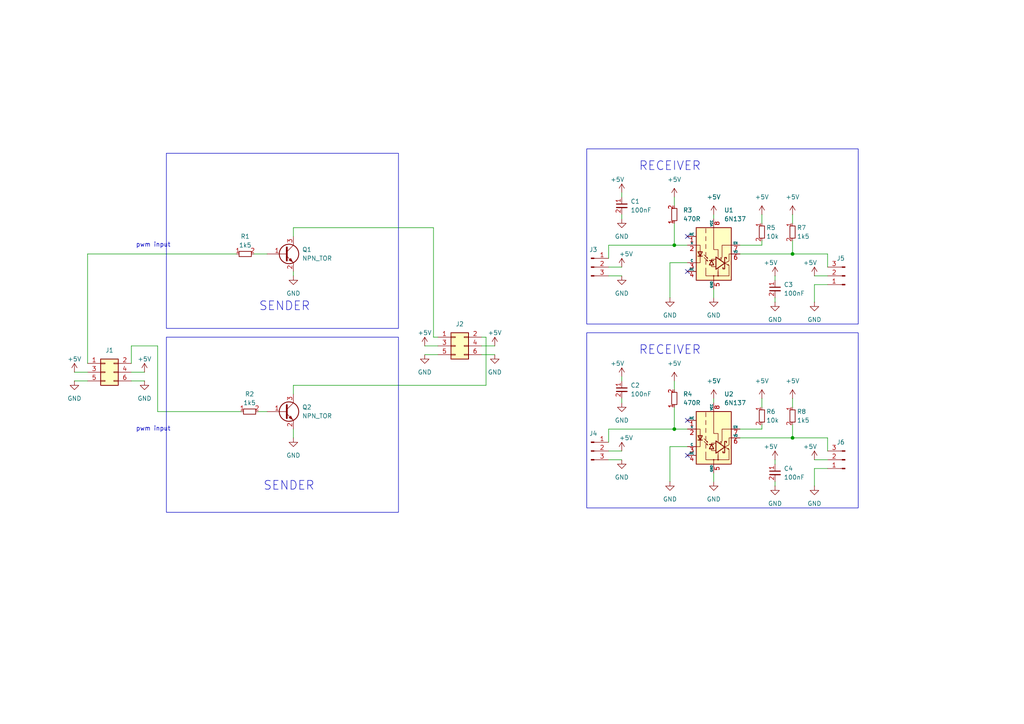
<source format=kicad_sch>
(kicad_sch (version 20231120) (generator "eeschema") (generator_version "8.0")
  (paper "A4")
  (lib_symbols
    (symbol "Connector:Conn_01x03_Pin" (pin_names (offset 1.016) hide)
      (property "Reference" "J" (at 0 5.08 0))
      (property "Value" "Conn_01x03_Pin" (at 0 -5.08 0))
      (symbol "Conn_01x03_Pin_1_1"
        (polyline (pts (xy 1.27 -2.54) (xy 0.8636 -2.54)) (stroke (width 0.1524)))
        (polyline (pts (xy 1.27 0) (xy 0.8636 0)) (stroke (width 0.1524)))
        (polyline (pts (xy 1.27 2.54) (xy 0.8636 2.54)) (stroke (width 0.1524)))
        (rectangle (start 0.8636 -2.413) (end 0 -2.667) (stroke (width 0.1524)) (fill (type outline)))
        (rectangle (start 0.8636 0.127) (end 0 -0.127) (stroke (width 0.1524)) (fill (type outline)))
        (rectangle (start 0.8636 2.667) (end 0 2.413) (stroke (width 0.1524)) (fill (type outline)))
        (pin passive line (at 5.08 2.54 180) (length 3.81) (name "Pin_1") (number "1"))
        (pin passive line (at 5.08 0 180) (length 3.81) (name "Pin_2") (number "2"))
        (pin passive line (at 5.08 -2.54 180) (length 3.81) (name "Pin_3") (number "3"))
      )
    )
    (symbol "Connector_Generic:Conn_02x03_Odd_Even" (pin_names (offset 1.016) hide)
      (property "Reference" "J" (at 1.27 5.08 0))
      (property "Value" "Conn_02x03_Odd_Even" (at 1.27 -5.08 0))
      (symbol "Conn_02x03_Odd_Even_1_1"
        (rectangle (start -1.27 -2.413) (end 0 -2.667) (stroke (width 0.1524)))
        (rectangle (start -1.27 0.127) (end 0 -0.127) (stroke (width 0.1524)))
        (rectangle (start -1.27 2.667) (end 0 2.413) (stroke (width 0.1524)))
        (rectangle (start -1.27 3.81) (end 3.81 -3.81) (stroke (width 0.254)) (fill (type background)))
        (rectangle (start 3.81 -2.413) (end 2.54 -2.667) (stroke (width 0.1524)))
        (rectangle (start 3.81 0.127) (end 2.54 -0.127) (stroke (width 0.1524)))
        (rectangle (start 3.81 2.667) (end 2.54 2.413) (stroke (width 0.1524)))
        (pin passive line (at -5.08 2.54 0) (length 3.81) (name "Pin_1") (number "1"))
        (pin passive line (at 7.62 2.54 180) (length 3.81) (name "Pin_2") (number "2"))
        (pin passive line (at -5.08 0 0) (length 3.81) (name "Pin_3") (number "3"))
        (pin passive line (at 7.62 0 180) (length 3.81) (name "Pin_4") (number "4"))
        (pin passive line (at -5.08 -2.54 0) (length 3.81) (name "Pin_5") (number "5"))
        (pin passive line (at 7.62 -2.54 180) (length 3.81) (name "Pin_6") (number "6"))
      )
    )
    (symbol "Isolator:6N137" (pin_names (offset 0))
      (property "Reference" "U" (at -4.064 8.89 0))
      (property "Value" "6N137" (at 0 -8.89 0))
      (symbol "6N137_0_1"
        (polyline (pts (xy 0 -6.35) (xy -2.286 -6.35) (xy -2.286 -4.064)))
        (polyline (pts (xy -5.08 -2.54) (xy -3.937 -2.54) (xy -3.937 2.54) (xy -5.08 2.54)))
        (polyline (pts (xy 1.27 -5.08) (xy 1.27 -6.35) (xy 0 -6.35) (xy 0 -7.62)))
        (polyline (pts (xy 3.175 -2.667) (xy 0.635 -4.445) (xy 0.635 -0.889) (xy 3.175 -2.667)) (stroke (width 0.254)))
        (polyline (pts (xy -2.794 -1.016) (xy -1.717 -2.093) (xy -2.076 -1.914) (xy -1.896 -1.734) (xy -1.717 -2.093)))
        (polyline (pts (xy -2.794 -0.254) (xy -1.717 -1.331) (xy -2.076 -1.152) (xy -1.896 -0.972) (xy -1.717 -1.331)))
      )
      (symbol "6N137_1_1"
        (rectangle (start -5.08 7.62) (end 5.08 -7.62) (stroke (width 0.254)) (fill (type background)))
        (circle (center 0 -6.35) (radius 0.127) (fill (type outline)))
        (polyline (pts (xy -4.572 -0.635) (xy -3.302 -0.635)) (stroke (width 0.254)))
        (polyline (pts (xy -2.286 -1.778) (xy -2.286 -3.048)))
        (polyline (pts (xy -2.286 0.508) (xy -2.286 -0.762)))
        (polyline (pts (xy -2.286 2.794) (xy -2.286 1.524)))
        (polyline (pts (xy -2.286 5.08) (xy -2.286 3.81)))
        (polyline (pts (xy -2.286 7.366) (xy -2.286 6.096)))
        (polyline (pts (xy -1.27 -1.905) (xy 0 -1.905)) (stroke (width 0.254)))
        (polyline (pts (xy -0.635 -3.302) (xy -0.635 -3.683) (xy 0.635 -3.683)))
        (polyline (pts (xy -0.635 -1.905) (xy -0.635 -1.524) (xy 0.508 -1.524)))
        (polyline (pts (xy 1.27 -4.064) (xy 1.27 -6.35) (xy 4.445 -6.35)))
        (polyline (pts (xy 3.175 -2.667) (xy 4.445 -3.302) (xy 4.445 -6.35)))
        (polyline (pts (xy -3.937 -0.635) (xy -4.572 0.635) (xy -3.302 0.635) (xy -3.937 -0.635)) (stroke (width 0.254)))
        (polyline (pts (xy -0.635 -1.905) (xy -1.27 -3.175) (xy 0 -3.175) (xy -0.635 -1.905)) (stroke (width 0.254)))
        (polyline (pts (xy 1.27 -1.27) (xy 1.27 1.27) (xy 0 1.27) (xy 0 7.62)))
        (polyline (pts (xy 2.1844 -1.1684) (xy 2.413 -0.889) (xy 2.413 2.54) (xy 5.08 2.54)))
        (polyline (pts (xy 3.175 -2.667) (xy 3.175 -4.318) (xy 2.667 -4.318) (xy 2.667 -3.937)) (stroke (width 0.254)))
        (polyline (pts (xy 3.175 -2.667) (xy 3.175 -1.016) (xy 3.683 -1.016) (xy 3.683 -1.397)) (stroke (width 0.254)))
        (polyline (pts (xy 3.175 -2.667) (xy 4.445 -2.032) (xy 4.445 0) (xy 5.08 0)))
        (polyline (pts (xy 4.445 -3.302) (xy 4.161 -3.018) (xy 4.047 -3.246) (xy 4.445 -3.302)) (stroke (width 0.127)) (fill (type outline)))
        (circle (center 1.27 -6.35) (radius 0.127) (fill (type outline)))
        (circle (center 2.032 -1.397) (radius 0.254))
        (pin passive line (at -7.62 5.08 0) (length 2.54) (name "NC") (number "1"))
        (pin passive line (at -7.62 2.54 0) (length 2.54) (name "A") (number "2"))
        (pin passive line (at -7.62 -2.54 0) (length 2.54) (name "C") (number "3"))
        (pin passive line (at -7.62 -5.08 0) (length 2.54) (name "NC") (number "4"))
        (pin power_in line (at 0 -10.16 90) (length 2.54) (name "GND") (number "5"))
        (pin open_collector line (at 7.62 0 180) (length 2.54) (name "VO") (number "6"))
        (pin input line (at 7.62 2.54 180) (length 2.54) (name "EN") (number "7"))
        (pin power_in line (at 0 10.16 270) (length 2.54) (name "VCC") (number "8"))
      )
    )
    (symbol "capacitor_miscellaneous:C_0603_100nF"
      (property "Reference" "C" (at 1.27 2.54 0))
      (property "Value" "100nF" (at 3.81 -2.54 0))
      (symbol "C_0603_100nF_0_1"
        (polyline (pts (xy -1.524 -0.508) (xy 1.524 -0.508)) (stroke (width 0.3302)))
        (polyline (pts (xy -1.524 0.508) (xy 1.524 0.508)) (stroke (width 0.3048)))
      )
      (symbol "C_0603_100nF_1_1"
        (pin passive line (at 0 2.54 270) (length 2.032) (name "~") (number "1"))
        (pin passive line (at 0 -2.54 90) (length 2.032) (name "~") (number "2"))
      )
    )
    (symbol "custom_kicad_lib_sk:NPN_TOR" (pin_names (offset 0) hide)
      (property "Reference" "Q" (at 5.08 1.905 0))
      (property "Value" "NPN_TOR" (at 5.08 0 0))
      (symbol "NPN_TOR_0_1"
        (polyline (pts (xy 0.635 0.635) (xy 2.54 2.54)))
        (polyline (pts (xy 0.635 -0.635) (xy 2.54 -2.54) (xy 2.54 -2.54)))
        (polyline (pts (xy 0.635 1.905) (xy 0.635 -1.905) (xy 0.635 -1.905)) (stroke (width 0.508)))
        (polyline (pts (xy 1.27 -1.778) (xy 1.778 -1.27) (xy 2.286 -2.286) (xy 1.27 -1.778) (xy 1.27 -1.778)) (fill (type outline)))
        (circle (center 1.27 0) (radius 2.8194) (stroke (width 0.254)))
      )
      (symbol "NPN_TOR_1_1"
        (pin input line (at -5.08 0 0) (length 5.715) (name "B") (number "1"))
        (pin passive line (at 2.54 -5.08 90) (length 2.54) (name "E") (number "2"))
        (pin passive line (at 2.54 5.08 270) (length 2.54) (name "C") (number "3"))
      )
    )
    (symbol "power:+5V" (power) (pin_numbers hide) (pin_names (offset 0) hide)
      (property "Value" "+5V" (at 0 3.556 0))
      (symbol "+5V_0_1"
        (polyline (pts (xy -0.762 1.27) (xy 0 2.54)))
        (polyline (pts (xy 0 0) (xy 0 2.54)))
        (polyline (pts (xy 0 2.54) (xy 0.762 1.27)))
      )
      (symbol "+5V_1_1"
        (pin power_in line (at 0 0 90) (length 0) (name "~") (number "1"))
      )
    )
    (symbol "power:GND" (power) (pin_numbers hide) (pin_names (offset 0) hide)
      (property "Value" "GND" (at 0 -3.81 0))
      (symbol "GND_0_1"
        (polyline (pts (xy 0 0) (xy 0 -1.27) (xy 1.27 -1.27) (xy 0 -2.54) (xy -1.27 -1.27) (xy 0 -1.27)))
      )
      (symbol "GND_1_1"
        (pin power_in line (at 0 0 270) (length 0) (name "~") (number "1"))
      )
    )
    (symbol "resistors_0603:R_10k_0603"
      (property "Reference" "R" (at 1.27 2.54 0))
      (property "Value" "10k" (at 2.54 -2.54 0))
      (symbol "R_10k_0603_0_1"
        (rectangle (start -0.762 1.778) (end 0.762 -1.778) (stroke (width 0.2032)))
      )
      (symbol "R_10k_0603_1_1"
        (pin passive line (at 0 2.54 270) (length 0.762) (name "~") (number "1"))
        (pin passive line (at 0 -2.54 90) (length 0.762) (name "~") (number "2"))
      )
    )
    (symbol "resistors_0603:R_1k5_0603"
      (property "Reference" "R" (at 1.27 2.54 0))
      (property "Value" "1k5" (at 2.54 -2.54 0))
      (symbol "R_1k5_0603_0_1"
        (rectangle (start -0.762 1.778) (end 0.762 -1.778) (stroke (width 0.2032)))
      )
      (symbol "R_1k5_0603_1_1"
        (pin passive line (at 0 2.54 270) (length 0.762) (name "~") (number "1"))
        (pin passive line (at 0 -2.54 90) (length 0.762) (name "~") (number "2"))
      )
    )
    (symbol "resistors_0603:R_470R_0603"
      (property "Reference" "R" (at 1.27 2.54 0))
      (property "Value" "470R" (at 2.54 -2.54 0))
      (symbol "R_470R_0603_0_1"
        (rectangle (start -0.762 1.778) (end 0.762 -1.778) (stroke (width 0.2032)))
      )
      (symbol "R_470R_0603_1_1"
        (pin passive line (at 0 2.54 270) (length 0.762) (name "~") (number "1"))
        (pin passive line (at 0 -2.54 90) (length 0.762) (name "~") (number "2"))
      )
    )
  )
  (junction (at 195.58 124.46))
  (junction (at 229.87 127))
  (junction (at 229.87 73.66))
  (junction (at 195.58 71.12))
  (no_connect (at 199.39 78.74))
  (no_connect (at 199.39 132.08))
  (no_connect (at 199.39 121.92))
  (no_connect (at 199.39 68.58))
  (wire (pts (xy 194.31 86.36) (xy 194.31 76.2)))
  (wire (pts (xy 139.7 100.33) (xy 143.51 100.33)))
  (wire (pts (xy 214.63 127) (xy 229.87 127)))
  (wire (pts (xy 180.34 63.5) (xy 180.34 62.23)))
  (wire (pts (xy 176.53 80.01) (xy 180.34 80.01)))
  (wire (pts (xy 207.01 137.16) (xy 207.01 139.7)))
  (wire (pts (xy 214.63 73.66) (xy 229.87 73.66)))
  (wire (pts (xy 240.03 133.35) (xy 236.22 133.35)))
  (wire (pts (xy 85.09 111.76) (xy 85.09 114.3)))
  (wire (pts (xy 176.53 124.46) (xy 176.53 128.27)))
  (wire (pts (xy 176.53 133.35) (xy 180.34 133.35)))
  (wire (pts (xy 180.34 55.88) (xy 180.34 57.15)))
  (wire (pts (xy 195.58 71.12) (xy 199.39 71.12)))
  (wire (pts (xy 224.79 140.97) (xy 224.79 139.7)))
  (wire (pts (xy 127 102.87) (xy 123.19 102.87)))
  (wire (pts (xy 85.09 66.04) (xy 85.09 68.58)))
  (wire (pts (xy 140.97 111.76) (xy 140.97 97.79)))
  (wire (pts (xy 236.22 82.55) (xy 236.22 87.63)))
  (wire (pts (xy 25.4 73.66) (xy 68.58 73.66)))
  (wire (pts (xy 229.87 73.66) (xy 240.03 73.66)))
  (wire (pts (xy 224.79 80.01) (xy 224.79 81.28)))
  (wire (pts (xy 229.87 115.57) (xy 229.87 118.11)))
  (wire (pts (xy 214.63 71.12) (xy 220.98 71.12)))
  (wire (pts (xy 240.03 73.66) (xy 240.03 77.47)))
  (wire (pts (xy 176.53 71.12) (xy 195.58 71.12)))
  (wire (pts (xy 207.01 83.82) (xy 207.01 86.36)))
  (wire (pts (xy 240.03 127) (xy 240.03 130.81)))
  (wire (pts (xy 236.22 82.55) (xy 240.03 82.55)))
  (wire (pts (xy 125.73 66.04) (xy 125.73 97.79)))
  (wire (pts (xy 220.98 124.46) (xy 220.98 123.19)))
  (wire (pts (xy 229.87 127) (xy 240.03 127)))
  (wire (pts (xy 180.34 109.22) (xy 180.34 110.49)))
  (wire (pts (xy 38.1 105.41) (xy 38.1 100.33)))
  (wire (pts (xy 25.4 107.95) (xy 21.59 107.95)))
  (wire (pts (xy 25.4 73.66) (xy 25.4 105.41)))
  (wire (pts (xy 45.72 100.33) (xy 45.72 119.38)))
  (wire (pts (xy 176.53 130.81) (xy 180.34 130.81)))
  (wire (pts (xy 220.98 62.23) (xy 220.98 64.77)))
  (wire (pts (xy 194.31 76.2) (xy 199.39 76.2)))
  (wire (pts (xy 176.53 71.12) (xy 176.53 74.93)))
  (wire (pts (xy 176.53 124.46) (xy 195.58 124.46)))
  (wire (pts (xy 229.87 127) (xy 229.87 123.19)))
  (wire (pts (xy 127 100.33) (xy 123.19 100.33)))
  (wire (pts (xy 194.31 129.54) (xy 199.39 129.54)))
  (wire (pts (xy 38.1 107.95) (xy 41.91 107.95)))
  (wire (pts (xy 25.4 110.49) (xy 21.59 110.49)))
  (wire (pts (xy 85.09 127) (xy 85.09 124.46)))
  (wire (pts (xy 195.58 64.77) (xy 195.58 71.12)))
  (wire (pts (xy 214.63 124.46) (xy 220.98 124.46)))
  (wire (pts (xy 139.7 102.87) (xy 143.51 102.87)))
  (wire (pts (xy 240.03 80.01) (xy 236.22 80.01)))
  (wire (pts (xy 195.58 118.11) (xy 195.58 124.46)))
  (wire (pts (xy 195.58 57.15) (xy 195.58 59.69)))
  (wire (pts (xy 180.34 116.84) (xy 180.34 115.57)))
  (wire (pts (xy 85.09 111.76) (xy 140.97 111.76)))
  (wire (pts (xy 236.22 135.89) (xy 240.03 135.89)))
  (wire (pts (xy 176.53 77.47) (xy 180.34 77.47)))
  (wire (pts (xy 229.87 62.23) (xy 229.87 64.77)))
  (wire (pts (xy 74.93 119.38) (xy 77.47 119.38)))
  (wire (pts (xy 236.22 135.89) (xy 236.22 140.97)))
  (wire (pts (xy 194.31 139.7) (xy 194.31 129.54)))
  (wire (pts (xy 73.66 73.66) (xy 77.47 73.66)))
  (wire (pts (xy 207.01 62.23) (xy 207.01 63.5)))
  (wire (pts (xy 220.98 115.57) (xy 220.98 118.11)))
  (wire (pts (xy 195.58 110.49) (xy 195.58 113.03)))
  (wire (pts (xy 45.72 119.38) (xy 69.85 119.38)))
  (wire (pts (xy 38.1 110.49) (xy 41.91 110.49)))
  (wire (pts (xy 229.87 73.66) (xy 229.87 69.85)))
  (wire (pts (xy 224.79 87.63) (xy 224.79 86.36)))
  (wire (pts (xy 195.58 124.46) (xy 199.39 124.46)))
  (wire (pts (xy 207.01 115.57) (xy 207.01 116.84)))
  (wire (pts (xy 85.09 80.01) (xy 85.09 78.74)))
  (wire (pts (xy 85.09 66.04) (xy 125.73 66.04)))
  (wire (pts (xy 220.98 71.12) (xy 220.98 69.85)))
  (wire (pts (xy 140.97 97.79) (xy 139.7 97.79)))
  (wire (pts (xy 224.79 133.35) (xy 224.79 134.62)))
  (wire (pts (xy 125.73 97.79) (xy 127 97.79)))
  (wire (pts (xy 38.1 100.33) (xy 45.72 100.33)))
  (rectangle (start 170.18 96.52) (end 248.92 147.32))
  (rectangle (start 48.26 44.45) (end 115.57 95.25))
  (rectangle (start 48.26 97.79) (end 115.57 148.59))
  (rectangle (start 170.18 43.18) (end 248.92 93.98))
  (text "pwm input\n" (at 44.45 124.46 0) (effects (font (size 1.27 1.27))))
  (text "SENDER" (at 82.55 88.9 0) (effects (font (size 2.54 2.54))))
  (text "RECEIVER\n" (at 194.31 101.6 0) (effects (font (size 2.54 2.54))))
  (text "RECEIVER\n" (at 194.31 48.26 0) (effects (font (size 2.54 2.54))))
  (text "pwm input\n" (at 44.45 71.12 0) (effects (font (size 1.27 1.27))))
  (text "SENDER" (at 83.82 140.97 0) (effects (font (size 2.54 2.54))))
  (symbol (lib_id "power:GND") (at 236.22 87.63 0) (mirror y) (unit 1)
    (property "Reference" "#PWR036" (effects (hide yes)))
    (property "Value" "GND" (at 236.22 92.71 0))
    (property "Description" "Power symbol creates a global label with name \"GND\" , ground" (effects (hide yes)))
  )
  (symbol (lib_id "Isolator:6N137") (at 207.01 73.66 0) (unit 1)
    (property "Reference" "U1" (at 210.0265 60.96 0) (effects (justify left)))
    (property "Value" "6N137" (at 210.0265 63.5 0) (effects (justify left)))
    (property "Footprint" "Package_DIP:SMDIP-8_W7.62mm" (effects (hide yes)))
    (property "Datasheet" "https://docs.broadcom.com/docs/AV02-0940EN" (effects (hide yes)))
    (property "Description" "Single High Speed LSTTL/TTL Compatible Optocoupler with enable, dV/dt 1000/us, VCM 10, max 7V VCC, DIP-8" (effects (hide yes)))
  )
  (symbol (lib_id "capacitor_miscellaneous:C_0603_100nF") (at 224.79 137.16 0) (unit 1)
    (property "Reference" "C4" (at 227.33 135.8962 0) (effects (justify left)))
    (property "Value" "100nF" (at 227.33 138.4362 0) (effects (justify left)))
    (property "Footprint" "Capacitor_SMD:C_0603_1608Metric" (effects (hide yes)))
    (property "JLCPCB Part#" "C14663" (effects (hide yes)))
  )
  (symbol (lib_id "power:GND") (at 180.34 116.84 0) (mirror y) (unit 1)
    (property "Reference" "#PWR016" (effects (hide yes)))
    (property "Value" "GND" (at 180.34 121.92 0))
    (property "Description" "Power symbol creates a global label with name \"GND\" , ground" (effects (hide yes)))
  )
  (symbol (lib_id "power:+5V") (at 41.91 107.95 0) (unit 1)
    (property "Reference" "#PWR03" (effects (hide yes)))
    (property "Value" "+5V" (at 41.91 104.14 0))
    (property "Description" "Power symbol creates a global label with name \"+5V\"" (effects (hide yes)))
  )
  (symbol (lib_id "Isolator:6N137") (at 207.01 127 0) (unit 1)
    (property "Reference" "U2" (at 210.0265 114.3 0) (effects (justify left)))
    (property "Value" "6N137" (at 210.0265 116.84 0) (effects (justify left)))
    (property "Footprint" "Package_DIP:SMDIP-8_W7.62mm" (effects (hide yes)))
    (property "Datasheet" "https://docs.broadcom.com/docs/AV02-0940EN" (effects (hide yes)))
    (property "Description" "Single High Speed LSTTL/TTL Compatible Optocoupler with enable, dV/dt 1000/us, VCM 10, max 7V VCC, DIP-8" (effects (hide yes)))
  )
  (symbol (lib_id "power:GND") (at 194.31 86.36 0) (unit 1)
    (property "Reference" "#PWR019" (effects (hide yes)))
    (property "Value" "GND" (at 194.31 91.44 0))
    (property "Description" "Power symbol creates a global label with name \"GND\" , ground" (effects (hide yes)))
  )
  (symbol (lib_id "power:GND") (at 180.34 63.5 0) (mirror y) (unit 1)
    (property "Reference" "#PWR012" (effects (hide yes)))
    (property "Value" "GND" (at 180.34 68.58 0))
    (property "Description" "Power symbol creates a global label with name \"GND\" , ground" (effects (hide yes)))
  )
  (symbol (lib_id "resistors_0603:R_1k5_0603") (at 72.39 119.38 90) (unit 1)
    (property "Reference" "R2" (at 72.39 114.3 90))
    (property "Value" "1k5" (at 72.39 116.84 90))
    (property "Footprint" "custom_kicad_lib_sk:R_0603_smalltext" (effects (hide yes)))
    (property "JLCPCB Part#" "C22843" (effects (hide yes)))
  )
  (symbol (lib_id "capacitor_miscellaneous:C_0603_100nF") (at 180.34 113.03 0) (unit 1)
    (property "Reference" "C2" (at 182.88 111.7662 0) (effects (justify left)))
    (property "Value" "100nF" (at 182.88 114.3062 0) (effects (justify left)))
    (property "Footprint" "Capacitor_SMD:C_0603_1608Metric" (effects (hide yes)))
    (property "JLCPCB Part#" "C14663" (effects (hide yes)))
  )
  (symbol (lib_id "resistors_0603:R_470R_0603") (at 195.58 62.23 180) (unit 1)
    (property "Reference" "R3" (at 198.12 60.9599 0) (effects (justify right)))
    (property "Value" "470R" (at 198.12 63.4999 0) (effects (justify right)))
    (property "Footprint" "custom_kicad_lib_sk:R_0603_smalltext" (effects (hide yes)))
    (property "JLCPCB Part#" "C23179" (effects (hide yes)))
  )
  (symbol (lib_id "Connector:Conn_01x03_Pin") (at 245.11 133.35 180) (unit 1)
    (property "Reference" "J6" (at 243.84 128.27 0))
    (property "Value" "Conn_01x03_Pin" (effects (hide yes)))
    (property "Footprint" "Connector_PinHeader_2.54mm:PinHeader_1x03_P2.54mm_Horizontal" (effects (hide yes)))
    (property "Description" "Generic connector, single row, 01x03, script generated" (effects (hide yes)))
  )
  (symbol (lib_id "power:+5V") (at 220.98 115.57 0) (unit 1)
    (property "Reference" "#PWR028" (effects (hide yes)))
    (property "Value" "+5V" (at 220.98 110.49 0))
    (property "Description" "Power symbol creates a global label with name \"+5V\"" (effects (hide yes)))
  )
  (symbol (lib_id "power:GND") (at 236.22 140.97 0) (mirror y) (unit 1)
    (property "Reference" "#PWR038" (effects (hide yes)))
    (property "Value" "GND" (at 236.22 146.05 0))
    (property "Description" "Power symbol creates a global label with name \"GND\" , ground" (effects (hide yes)))
  )
  (symbol (lib_id "power:GND") (at 41.91 110.49 0) (unit 1)
    (property "Reference" "#PWR04" (effects (hide yes)))
    (property "Value" "GND" (at 41.91 115.57 0))
    (property "Description" "Power symbol creates a global label with name \"GND\" , ground" (effects (hide yes)))
  )
  (symbol (lib_id "power:GND") (at 224.79 87.63 0) (mirror y) (unit 1)
    (property "Reference" "#PWR030" (effects (hide yes)))
    (property "Value" "GND" (at 224.79 92.71 0))
    (property "Description" "Power symbol creates a global label with name \"GND\" , ground" (effects (hide yes)))
  )
  (symbol (lib_id "power:GND") (at 207.01 86.36 0) (unit 1)
    (property "Reference" "#PWR024" (effects (hide yes)))
    (property "Value" "GND" (at 207.01 91.44 0))
    (property "Description" "Power symbol creates a global label with name \"GND\" , ground" (effects (hide yes)))
  )
  (symbol (lib_id "resistors_0603:R_1k5_0603") (at 71.12 73.66 90) (unit 1)
    (property "Reference" "R1" (at 71.12 68.58 90))
    (property "Value" "1k5" (at 71.12 71.12 90))
    (property "Footprint" "custom_kicad_lib_sk:R_0603_smalltext" (effects (hide yes)))
    (property "JLCPCB Part#" "C22843" (effects (hide yes)))
  )
  (symbol (lib_id "capacitor_miscellaneous:C_0603_100nF") (at 224.79 83.82 0) (unit 1)
    (property "Reference" "C3" (at 227.33 82.5562 0) (effects (justify left)))
    (property "Value" "100nF" (at 227.33 85.0962 0) (effects (justify left)))
    (property "Footprint" "Capacitor_SMD:C_0603_1608Metric" (effects (hide yes)))
    (property "JLCPCB Part#" "C14663" (effects (hide yes)))
  )
  (symbol (lib_id "power:+5V") (at 224.79 80.01 0) (mirror y) (unit 1)
    (property "Reference" "#PWR029" (effects (hide yes)))
    (property "Value" "+5V" (at 223.52 76.2 0))
    (property "Description" "Power symbol creates a global label with name \"+5V\"" (effects (hide yes)))
  )
  (symbol (lib_id "power:+5V") (at 207.01 115.57 0) (unit 1)
    (property "Reference" "#PWR025" (effects (hide yes)))
    (property "Value" "+5V" (at 207.01 110.49 0))
    (property "Description" "Power symbol creates a global label with name \"+5V\"" (effects (hide yes)))
  )
  (symbol (lib_id "Connector:Conn_01x03_Pin") (at 171.45 77.47 0) (unit 1)
    (property "Reference" "J3" (at 172.085 72.39 0))
    (property "Value" "Conn_01x03_Pin" (effects (hide yes)))
    (property "Footprint" "Connector_PinSocket_2.54mm:PinSocket_1x03_P2.54mm_Horizontal" (effects (hide yes)))
    (property "Description" "Generic connector, single row, 01x03, script generated" (effects (hide yes)))
  )
  (symbol (lib_id "power:+5V") (at 229.87 115.57 0) (unit 1)
    (property "Reference" "#PWR034" (effects (hide yes)))
    (property "Value" "+5V" (at 229.87 110.49 0))
    (property "Description" "Power symbol creates a global label with name \"+5V\"" (effects (hide yes)))
  )
  (symbol (lib_id "power:+5V") (at 180.34 109.22 0) (mirror y) (unit 1)
    (property "Reference" "#PWR015" (effects (hide yes)))
    (property "Value" "+5V" (at 179.07 105.41 0))
    (property "Description" "Power symbol creates a global label with name \"+5V\"" (effects (hide yes)))
  )
  (symbol (lib_id "power:+5V") (at 180.34 55.88 0) (mirror y) (unit 1)
    (property "Reference" "#PWR011" (effects (hide yes)))
    (property "Value" "+5V" (at 179.07 52.07 0))
    (property "Description" "Power symbol creates a global label with name \"+5V\"" (effects (hide yes)))
  )
  (symbol (lib_id "resistors_0603:R_10k_0603") (at 220.98 120.65 0) (unit 1)
    (property "Reference" "R6" (at 222.25 119.38 0) (effects (justify left)))
    (property "Value" "10k" (at 222.25 121.92 0) (effects (justify left)))
    (property "Footprint" "custom_kicad_lib_sk:R_0603_smalltext" (effects (hide yes)))
    (property "JLCPCB Part#" "C25804" (effects (hide yes)))
  )
  (symbol (lib_id "capacitor_miscellaneous:C_0603_100nF") (at 180.34 59.69 0) (unit 1)
    (property "Reference" "C1" (at 182.88 58.4262 0) (effects (justify left)))
    (property "Value" "100nF" (at 182.88 60.9662 0) (effects (justify left)))
    (property "Footprint" "Capacitor_SMD:C_0603_1608Metric" (effects (hide yes)))
    (property "JLCPCB Part#" "C14663" (effects (hide yes)))
  )
  (symbol (lib_id "power:GND") (at 123.19 102.87 0) (mirror y) (unit 1)
    (property "Reference" "#PWR08" (effects (hide yes)))
    (property "Value" "GND" (at 123.19 107.95 0))
    (property "Description" "Power symbol creates a global label with name \"GND\" , ground" (effects (hide yes)))
  )
  (symbol (lib_id "resistors_0603:R_1k5_0603") (at 229.87 67.31 0) (unit 1)
    (property "Reference" "R7" (at 231.14 66.04 0) (effects (justify left)))
    (property "Value" "1k5" (at 231.14 68.58 0) (effects (justify left)))
    (property "Footprint" "custom_kicad_lib_sk:R_0603_smalltext" (effects (hide yes)))
    (property "JLCPCB Part#" "C22843" (effects (hide yes)))
  )
  (symbol (lib_id "power:+5V") (at 180.34 77.47 0) (unit 1)
    (property "Reference" "#PWR013" (effects (hide yes)))
    (property "Value" "+5V" (at 181.61 73.66 0))
    (property "Description" "Power symbol creates a global label with name \"+5V\"" (effects (hide yes)))
  )
  (symbol (lib_id "power:+5V") (at 224.79 133.35 0) (mirror y) (unit 1)
    (property "Reference" "#PWR031" (effects (hide yes)))
    (property "Value" "+5V" (at 223.52 129.54 0))
    (property "Description" "Power symbol creates a global label with name \"+5V\"" (effects (hide yes)))
  )
  (symbol (lib_id "custom_kicad_lib_sk:NPN_TOR") (at 82.55 119.38 0) (unit 1)
    (property "Reference" "Q2" (at 87.63 118.1099 0) (effects (justify left)))
    (property "Value" "NPN_TOR" (at 87.63 120.6499 0) (effects (justify left)))
    (property "Footprint" "Package_TO_SOT_SMD:SOT-23" (effects (hide yes)))
    (property "Description" "0.6A Ic, 160V Vce, NPN Transistor, SOT-23" (effects (hide yes)))
    (property "JLCPCB Part#" "C2145" (effects (hide yes)))
  )
  (symbol (lib_id "resistors_0603:R_10k_0603") (at 220.98 67.31 0) (unit 1)
    (property "Reference" "R5" (at 222.25 66.04 0) (effects (justify left)))
    (property "Value" "10k" (at 222.25 68.58 0) (effects (justify left)))
    (property "Footprint" "custom_kicad_lib_sk:R_0603_smalltext" (effects (hide yes)))
    (property "JLCPCB Part#" "C25804" (effects (hide yes)))
  )
  (symbol (lib_id "custom_kicad_lib_sk:NPN_TOR") (at 82.55 73.66 0) (unit 1)
    (property "Reference" "Q1" (at 87.63 72.3899 0) (effects (justify left)))
    (property "Value" "NPN_TOR" (at 87.63 74.9299 0) (effects (justify left)))
    (property "Footprint" "Package_TO_SOT_SMD:SOT-23" (effects (hide yes)))
    (property "Description" "0.6A Ic, 160V Vce, NPN Transistor, SOT-23" (effects (hide yes)))
    (property "JLCPCB Part#" "C2145" (effects (hide yes)))
  )
  (symbol (lib_id "power:GND") (at 21.59 110.49 0) (mirror y) (unit 1)
    (property "Reference" "#PWR02" (effects (hide yes)))
    (property "Value" "GND" (at 21.59 115.57 0))
    (property "Description" "Power symbol creates a global label with name \"GND\" , ground" (effects (hide yes)))
  )
  (symbol (lib_id "Connector:Conn_01x03_Pin") (at 245.11 80.01 180) (unit 1)
    (property "Reference" "J5" (at 243.84 74.93 0))
    (property "Value" "Conn_01x03_Pin" (effects (hide yes)))
    (property "Footprint" "Connector_PinHeader_2.54mm:PinHeader_1x03_P2.54mm_Horizontal" (effects (hide yes)))
    (property "Description" "Generic connector, single row, 01x03, script generated" (effects (hide yes)))
  )
  (symbol (lib_id "Connector_Generic:Conn_02x03_Odd_Even") (at 132.08 100.33 0) (unit 1)
    (property "Reference" "J2" (at 133.35 93.98 0))
    (property "Value" "Conn_02x03_Odd_Even" (effects (hide yes)))
    (property "Footprint" "Connector_PinHeader_2.54mm:PinHeader_2x03_P2.54mm_Vertical" (effects (hide yes)))
    (property "Description" "Generic connector, double row, 02x03, odd/even pin numbering scheme (row 1 odd numbers, row 2 even numbers), script generated (kicad-library-utils/schlib/autogen/connector/)" (effects (hide yes)))
  )
  (symbol (lib_id "power:+5V") (at 21.59 107.95 0) (mirror y) (unit 1)
    (property "Reference" "#PWR01" (effects (hide yes)))
    (property "Value" "+5V" (at 21.59 104.14 0))
    (property "Description" "Power symbol creates a global label with name \"+5V\"" (effects (hide yes)))
  )
  (symbol (lib_id "power:GND") (at 194.31 139.7 0) (unit 1)
    (property "Reference" "#PWR020" (effects (hide yes)))
    (property "Value" "GND" (at 194.31 144.78 0))
    (property "Description" "Power symbol creates a global label with name \"GND\" , ground" (effects (hide yes)))
  )
  (symbol (lib_id "power:+5V") (at 236.22 80.01 0) (mirror y) (unit 1)
    (property "Reference" "#PWR035" (effects (hide yes)))
    (property "Value" "+5V" (at 234.95 76.2 0))
    (property "Description" "Power symbol creates a global label with name \"+5V\"" (effects (hide yes)))
  )
  (symbol (lib_id "power:GND") (at 207.01 139.7 0) (unit 1)
    (property "Reference" "#PWR026" (effects (hide yes)))
    (property "Value" "GND" (at 207.01 144.78 0))
    (property "Description" "Power symbol creates a global label with name \"GND\" , ground" (effects (hide yes)))
  )
  (symbol (lib_id "power:+5V") (at 236.22 133.35 0) (mirror y) (unit 1)
    (property "Reference" "#PWR037" (effects (hide yes)))
    (property "Value" "+5V" (at 234.95 129.54 0))
    (property "Description" "Power symbol creates a global label with name \"+5V\"" (effects (hide yes)))
  )
  (symbol (lib_id "resistors_0603:R_470R_0603") (at 195.58 115.57 180) (unit 1)
    (property "Reference" "R4" (at 198.12 114.2999 0) (effects (justify right)))
    (property "Value" "470R" (at 198.12 116.8399 0) (effects (justify right)))
    (property "Footprint" "custom_kicad_lib_sk:R_0603_smalltext" (effects (hide yes)))
    (property "JLCPCB Part#" "C23179" (effects (hide yes)))
  )
  (symbol (lib_id "resistors_0603:R_1k5_0603") (at 229.87 120.65 0) (unit 1)
    (property "Reference" "R8" (at 231.14 119.38 0) (effects (justify left)))
    (property "Value" "1k5" (at 231.14 121.92 0) (effects (justify left)))
    (property "Footprint" "custom_kicad_lib_sk:R_0603_smalltext" (effects (hide yes)))
    (property "JLCPCB Part#" "C22843" (effects (hide yes)))
  )
  (symbol (lib_id "power:+5V") (at 220.98 62.23 0) (unit 1)
    (property "Reference" "#PWR027" (effects (hide yes)))
    (property "Value" "+5V" (at 220.98 57.15 0))
    (property "Description" "Power symbol creates a global label with name \"+5V\"" (effects (hide yes)))
  )
  (symbol (lib_id "power:GND") (at 143.51 102.87 0) (unit 1)
    (property "Reference" "#PWR010" (effects (hide yes)))
    (property "Value" "GND" (at 143.51 107.95 0))
    (property "Description" "Power symbol creates a global label with name \"GND\" , ground" (effects (hide yes)))
  )
  (symbol (lib_id "power:+5V") (at 195.58 110.49 0) (unit 1)
    (property "Reference" "#PWR022" (effects (hide yes)))
    (property "Value" "+5V" (at 195.58 105.41 0))
    (property "Description" "Power symbol creates a global label with name \"+5V\"" (effects (hide yes)))
  )
  (symbol (lib_id "power:+5V") (at 180.34 130.81 0) (unit 1)
    (property "Reference" "#PWR017" (effects (hide yes)))
    (property "Value" "+5V" (at 181.61 127 0))
    (property "Description" "Power symbol creates a global label with name \"+5V\"" (effects (hide yes)))
  )
  (symbol (lib_id "power:GND") (at 180.34 133.35 0) (unit 1)
    (property "Reference" "#PWR018" (effects (hide yes)))
    (property "Value" "GND" (at 180.34 138.43 0))
    (property "Description" "Power symbol creates a global label with name \"GND\" , ground" (effects (hide yes)))
  )
  (symbol (lib_id "power:GND") (at 224.79 140.97 0) (mirror y) (unit 1)
    (property "Reference" "#PWR032" (effects (hide yes)))
    (property "Value" "GND" (at 224.79 146.05 0))
    (property "Description" "Power symbol creates a global label with name \"GND\" , ground" (effects (hide yes)))
  )
  (symbol (lib_id "power:GND") (at 85.09 127 0) (mirror y) (unit 1)
    (property "Reference" "#PWR06" (effects (hide yes)))
    (property "Value" "GND" (at 85.09 132.08 0))
    (property "Description" "Power symbol creates a global label with name \"GND\" , ground" (effects (hide yes)))
  )
  (symbol (lib_id "Connector_Generic:Conn_02x03_Odd_Even") (at 30.48 107.95 0) (unit 1)
    (property "Reference" "J1" (at 31.75 101.6 0))
    (property "Value" "Conn_02x03_Odd_Even" (effects (hide yes)))
    (property "Footprint" "Connector_PinSocket_2.54mm:PinSocket_2x03_P2.54mm_Vertical" (effects (hide yes)))
    (property "Description" "Generic connector, double row, 02x03, odd/even pin numbering scheme (row 1 odd numbers, row 2 even numbers), script generated (kicad-library-utils/schlib/autogen/connector/)" (effects (hide yes)))
  )
  (symbol (lib_id "power:GND") (at 180.34 80.01 0) (unit 1)
    (property "Reference" "#PWR014" (effects (hide yes)))
    (property "Value" "GND" (at 180.34 85.09 0))
    (property "Description" "Power symbol creates a global label with name \"GND\" , ground" (effects (hide yes)))
  )
  (symbol (lib_id "power:+5V") (at 195.58 57.15 0) (unit 1)
    (property "Reference" "#PWR021" (effects (hide yes)))
    (property "Value" "+5V" (at 195.58 52.07 0))
    (property "Description" "Power symbol creates a global label with name \"+5V\"" (effects (hide yes)))
  )
  (symbol (lib_id "power:+5V") (at 229.87 62.23 0) (unit 1)
    (property "Reference" "#PWR033" (effects (hide yes)))
    (property "Value" "+5V" (at 229.87 57.15 0))
    (property "Description" "Power symbol creates a global label with name \"+5V\"" (effects (hide yes)))
  )
  (symbol (lib_id "Connector:Conn_01x03_Pin") (at 171.45 130.81 0) (unit 1)
    (property "Reference" "J4" (at 172.085 125.73 0))
    (property "Value" "Conn_01x03_Pin" (effects (hide yes)))
    (property "Footprint" "Connector_PinSocket_2.54mm:PinSocket_1x03_P2.54mm_Horizontal" (effects (hide yes)))
    (property "Description" "Generic connector, single row, 01x03, script generated" (effects (hide yes)))
  )
  (symbol (lib_id "power:+5V") (at 207.01 62.23 0) (unit 1)
    (property "Reference" "#PWR023" (effects (hide yes)))
    (property "Value" "+5V" (at 207.01 57.15 0))
    (property "Description" "Power symbol creates a global label with name \"+5V\"" (effects (hide yes)))
  )
  (symbol (lib_id "power:+5V") (at 123.19 100.33 0) (mirror y) (unit 1)
    (property "Reference" "#PWR07" (effects (hide yes)))
    (property "Value" "+5V" (at 123.19 96.52 0))
    (property "Description" "Power symbol creates a global label with name \"+5V\"" (effects (hide yes)))
  )
  (symbol (lib_id "power:GND") (at 85.09 80.01 0) (mirror y) (unit 1)
    (property "Reference" "#PWR05" (effects (hide yes)))
    (property "Value" "GND" (at 85.09 85.09 0))
    (property "Description" "Power symbol creates a global label with name \"GND\" , ground" (effects (hide yes)))
  )
  (symbol (lib_id "power:+5V") (at 143.51 100.33 0) (unit 1)
    (property "Reference" "#PWR09" (effects (hide yes)))
    (property "Value" "+5V" (at 143.51 96.52 0))
    (property "Description" "Power symbol creates a global label with name \"+5V\"" (effects (hide yes)))
  )
)
</source>
